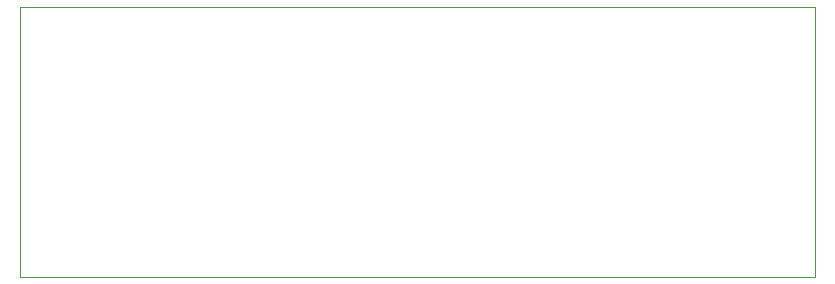
<source format=gbr>
G04 #@! TF.GenerationSoftware,KiCad,Pcbnew,(5.1.4)-1*
G04 #@! TF.CreationDate,2022-02-17T11:55:16+01:00*
G04 #@! TF.ProjectId,ItsyBitsy_BCU_Connector,49747379-4269-4747-9379-5f4243555f43,V01.00*
G04 #@! TF.SameCoordinates,Original*
G04 #@! TF.FileFunction,Profile,NP*
%FSLAX46Y46*%
G04 Gerber Fmt 4.6, Leading zero omitted, Abs format (unit mm)*
G04 Created by KiCad (PCBNEW (5.1.4)-1) date 2022-02-17 11:55:16*
%MOMM*%
%LPD*%
G04 APERTURE LIST*
%ADD10C,0.050000*%
G04 APERTURE END LIST*
D10*
X207010000Y-92710000D02*
X207010000Y-69850000D01*
X139700000Y-92710000D02*
X207010000Y-92710000D01*
X139700000Y-69850000D02*
X139700000Y-92710000D01*
X207010000Y-69850000D02*
X139700000Y-69850000D01*
M02*

</source>
